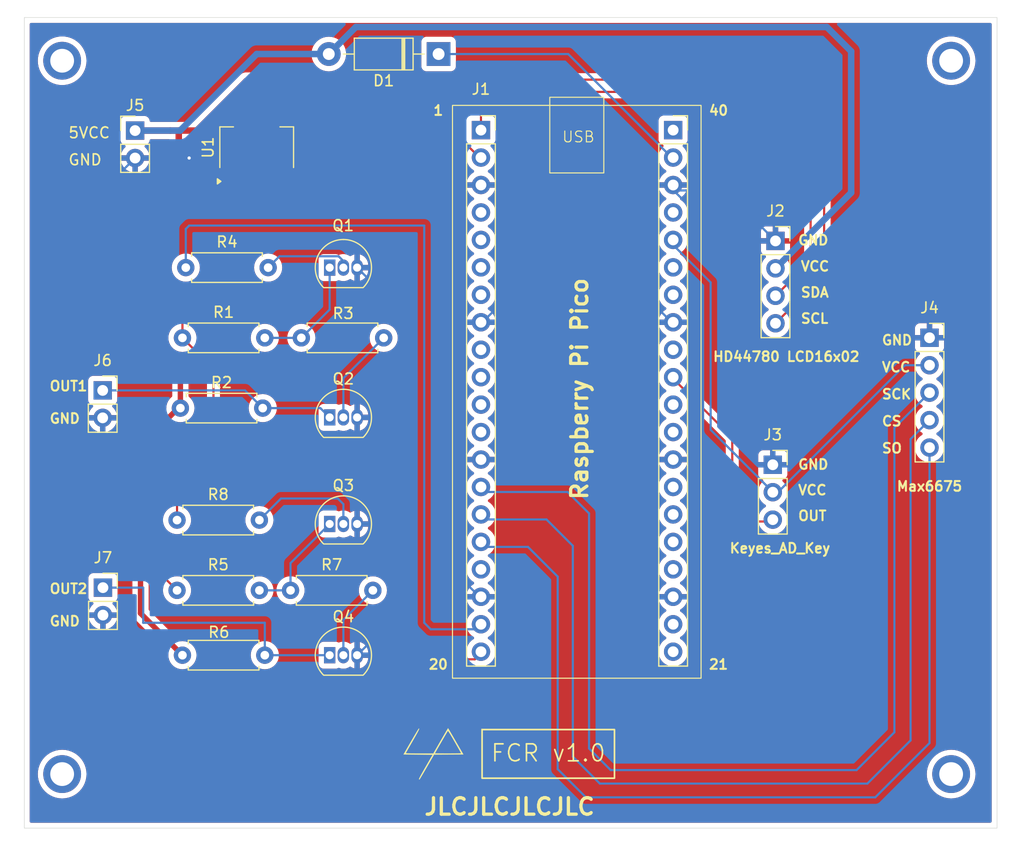
<source format=kicad_pcb>
(kicad_pcb (version 20240108) (generator "pcbnew") (generator_version "8.0")
  (title_block (title "Fenix Controlador de Resolda") (date "2025-01-05") (company "Luiz C. M. de Aquino"))
  (layers (0 "F.Cu" signal "Front") (1 "In1.Cu" signal) (2 "In2.Cu" signal) (31 "B.Cu" signal "Back") (34 "B.Paste" user) (35 "F.Paste" user) (36 "B.SilkS" user "B.Silkscreen") (37 "F.SilkS" user "F.Silkscreen") (38 "B.Mask" user) (39 "F.Mask" user) (44 "Edge.Cuts" user))
  (net 0 "")
  (net 1 "Net-(D1-K)")
  (net 2 "Net-(J3-Pin_3)")
  (net 3 "+5V")
  (net 4 "GND")
  (net 5 "Net-(J3-Pin_2)")
  (net 7 "Net-(Q1-B)")
  (net 8 "Net-(Q3-B)")
  (net 10 "Net-(J1-Pin_14)")
  (net 11 "Net-(J1-Pin_19)")
  (net 14 "Net-(J1-Pin_2)")
  (net 17 "Net-(J1-Pin_16)")
  (net 31 "Net-(Q1-C)")
  (net 32 "Net-(Q2-B)")
  (net 33 "Net-(Q3-C)")
  (net 34 "Net-(Q4-B)")
  (net 36 "Net-(J1-Pin_15)")
  (net 39 "Net-(J1-Pin_20)")
  (net 40 "Net-(J1-Pin_1)")
  (net 41 "Net-(J6-Pin_1)")
  (net 42 "Net-(U1-VO)")
  (net 43 "Net-(J7-Pin_1)")
  (footprint "Connector_PinSocket_2.54mm:PinSocket_1x02_P2.54mm_Vertical" (layer "F.Cu") (at 107.245 113.59)
    (property "Reference" "J7" (at 0 -2.77 0) (layer "F.SilkS"))
    (property "Value" "OUT2")
    (fp_line (start -1.33 1.27) (end -1.33 3.87) (stroke (width 0.12)) (layer "F.SilkS"))
    (fp_line (start -1.33 1.27) (end 1.33 1.27) (stroke (width 0.12)) (layer "F.SilkS"))
    (fp_line (start -1.33 3.87) (end 1.33 3.87) (stroke (width 0.12)) (layer "F.SilkS"))
    (fp_line (start 0 -1.33) (end 1.33 -1.33) (stroke (width 0.12)) (layer "F.SilkS"))
    (fp_line (start 1.33 -1.33) (end 1.33 0) (stroke (width 0.12)) (layer "F.SilkS"))
    (fp_line (start 1.33 1.27) (end 1.33 3.87) (stroke (width 0.12)) (layer "F.SilkS"))
    (pad "1" thru_hole rect (at 0 0) (size 1.7 1.7) (drill 1) (layers "*.Cu" "*.Mask") (net 43 "Net-(J7-Pin_1)"))
    (pad "2" thru_hole oval (at 0 2.54) (size 1.7 1.7) (drill 1) (layers "*.Cu" "*.Mask") (net 4 "GND"))
  )
  (footprint "Connector_PinSocket_2.54mm:PinSocket_1x04_P2.54mm_Vertical" (layer "F.Cu") (at 169.47 81.51)
    (property "Reference" "J2" (at 0 -2.77 0) (layer "F.SilkS"))
    (property "Value" "HD44780 LCD16x02" (at 1 10.71 0) (layer "F.SilkS") (effects (font (size 0.9 0.9) (thickness 0.1875) (bold yes))))
    (fp_line (start -1.33 1.27) (end -1.33 8.95) (stroke (width 0.12)) (layer "F.SilkS"))
    (fp_line (start -1.33 1.27) (end 1.33 1.27) (stroke (width 0.12)) (layer "F.SilkS"))
    (fp_line (start -1.33 8.95) (end 1.33 8.95) (stroke (width 0.12)) (layer "F.SilkS"))
    (fp_line (start 0 -1.33) (end 1.33 -1.33) (stroke (width 0.12)) (layer "F.SilkS"))
    (fp_line (start 1.33 -1.33) (end 1.33 0) (stroke (width 0.12)) (layer "F.SilkS"))
    (fp_line (start 1.33 1.27) (end 1.33 8.95) (stroke (width 0.12)) (layer "F.SilkS"))
    (pad "1" thru_hole rect (at 0 0) (size 1.7 1.7) (drill 1) (layers "*.Cu" "*.Mask") (net 4 "GND"))
    (pad "2" thru_hole oval (at 0 2.54) (size 1.7 1.7) (drill 1) (layers "*.Cu" "*.Mask") (net 3 "+5V"))
    (pad "3" thru_hole oval (at 0 5.08) (size 1.7 1.7) (drill 1) (layers "*.Cu" "*.Mask") (net 40 "Net-(J1-Pin_1)"))
    (pad "4" thru_hole oval (at 0 7.62) (size 1.7 1.7) (drill 1) (layers "*.Cu" "*.Mask") (net 14 "Net-(J1-Pin_2)"))
  )
  (footprint "Connector_PinSocket_2.54mm:PinSocket_1x20_P2.54mm_Vertical" (layer "F.Cu") (at 160 71.2575)
    (property "Reference" "J9" (hide yes))
    (property "Value" "Conn_01x20")
    (fp_line (start -1.33 1.27) (end -1.33 49.59) (stroke (width 0.12)) (layer "F.SilkS"))
    (fp_line (start -1.33 1.27) (end 1.33 1.27) (stroke (width 0.12)) (layer "F.SilkS"))
    (fp_line (start -1.33 49.59) (end 1.33 49.59) (stroke (width 0.12)) (layer "F.SilkS"))
    (fp_line (start 0 -1.33) (end 1.33 -1.33) (stroke (width 0.12)) (layer "F.SilkS"))
    (fp_line (start 1.33 -1.33) (end 1.33 0) (stroke (width 0.12)) (layer "F.SilkS"))
    (fp_line (start 1.33 1.27) (end 1.33 49.59) (stroke (width 0.12)) (layer "F.SilkS"))
    (pad "21" thru_hole oval (at 0 48.26) (size 1.7 1.7) (drill 1) (layers "*.Cu" "*.Mask"))
    (pad "22" thru_hole oval (at 0 45.72) (size 1.7 1.7) (drill 1) (layers "*.Cu" "*.Mask"))
    (pad "23" thru_hole oval (at 0 43.18) (size 1.7 1.7) (drill 1) (layers "*.Cu" "*.Mask") (net 4 "GND"))
    (pad "24" thru_hole oval (at 0 40.64) (size 1.7 1.7) (drill 1) (layers "*.Cu" "*.Mask"))
    (pad "25" thru_hole oval (at 0 38.1) (size 1.7 1.7) (drill 1) (layers "*.Cu" "*.Mask"))
    (pad "26" thru_hole oval (at 0 35.56) (size 1.7 1.7) (drill 1) (layers "*.Cu" "*.Mask"))
    (pad "27" thru_hole oval (at 0 33.02) (size 1.7 1.7) (drill 1) (layers "*.Cu" "*.Mask"))
    (pad "28" thru_hole oval (at 0 30.48) (size 1.7 1.7) (drill 1) (layers "*.Cu" "*.Mask") (net 4 "GND"))
    (pad "29" thru_hole oval (at 0 27.94) (size 1.7 1.7) (drill 1) (layers "*.Cu" "*.Mask"))
    (pad "30" thru_hole oval (at 0 25.4) (size 1.7 1.7) (drill 1) (layers "*.Cu" "*.Mask"))
    (pad "31" thru_hole oval (at 0 22.86) (size 1.7 1.7) (drill 1) (layers "*.Cu" "*.Mask") (net 2 "Net-(J3-Pin_3)"))
    (pad "32" thru_hole oval (at 0 20.32) (size 1.7 1.7) (drill 1) (layers "*.Cu" "*.Mask"))
    (pad "33" thru_hole oval (at 0 17.78) (size 1.7 1.7) (drill 1) (layers "*.Cu" "*.Mask") (net 4 "GND"))
    (pad "34" thru_hole oval (at 0 15.24) (size 1.7 1.7) (drill 1) (layers "*.Cu" "*.Mask"))
    (pad "35" thru_hole oval (at 0 12.7) (size 1.7 1.7) (drill 1) (layers "*.Cu" "*.Mask"))
    (pad "36" thru_hole oval (at 0 10.16) (size 1.7 1.7) (drill 1) (layers "*.Cu" "*.Mask") (net 5 "Net-(J3-Pin_2)"))
    (pad "37" thru_hole oval (at 0 7.62) (size 1.7 1.7) (drill 1) (layers "*.Cu" "*.Mask"))
    (pad "38" thru_hole oval (at 0 5.08) (size 1.7 1.7) (drill 1) (layers "*.Cu" "*.Mask") (net 4 "GND"))
    (pad "39" thru_hole oval (at 0 2.54) (size 1.7 1.7) (drill 1) (layers "*.Cu" "*.Mask") (net 1 "Net-(D1-K)"))
    (pad "40" thru_hole rect (at 0 0) (size 1.7 1.7) (drill 1) (layers "*.Cu" "*.Mask"))
  )
  (footprint "Resistor_THT:R_Axial_DIN0207_L6.3mm_D2.5mm_P7.62mm_Horizontal" (layer "F.Cu") (at 114.1 113.84)
    (property "Reference" "R5" (at 3.81 -2.37 0) (layer "F.SilkS"))
    (property "Value" "11.5Kohm")
    (fp_line (start 0.54 -1.37) (end 7.08 -1.37) (stroke (width 0.12)) (layer "F.SilkS"))
    (fp_line (start 0.54 -1.04) (end 0.54 -1.37) (stroke (width 0.12)) (layer "F.SilkS"))
    (fp_line (start 0.54 1.04) (end 0.54 1.37) (stroke (width 0.12)) (layer "F.SilkS"))
    (fp_line (start 0.54 1.37) (end 7.08 1.37) (stroke (width 0.12)) (layer "F.SilkS"))
    (fp_line (start 7.08 -1.37) (end 7.08 -1.04) (stroke (width 0.12)) (layer "F.SilkS"))
    (fp_line (start 7.08 1.37) (end 7.08 1.04) (stroke (width 0.12)) (layer "F.SilkS"))
    (pad "1" thru_hole circle (at 0 0) (size 1.6 1.6) (drill 0.8) (layers "*.Cu" "*.Mask") (net 42 "Net-(U1-VO)"))
    (pad "2" thru_hole oval (at 7.62 0) (size 1.6 1.6) (drill 0.8) (layers "*.Cu" "*.Mask") (net 33 "Net-(Q3-C)"))
  )
  (footprint "Connector_PinSocket_2.54mm:PinSocket_1x03_P2.54mm_Vertical" (layer "F.Cu") (at 169.22 102.22)
    (property "Reference" "J3" (at 0 -2.77 0) (layer "F.SilkS"))
    (property "Value" "Keyes_AD_Key")
    (fp_line (start -1.33 1.27) (end -1.33 6.41) (stroke (width 0.12)) (layer "F.SilkS"))
    (fp_line (start -1.33 1.27) (end 1.33 1.27) (stroke (width 0.12)) (layer "F.SilkS"))
    (fp_line (start -1.33 6.41) (end 1.33 6.41) (stroke (width 0.12)) (layer "F.SilkS"))
    (fp_line (start 0 -1.33) (end 1.33 -1.33) (stroke (width 0.12)) (layer "F.SilkS"))
    (fp_line (start 1.33 -1.33) (end 1.33 0) (stroke (width 0.12)) (layer "F.SilkS"))
    (fp_line (start 1.33 1.27) (end 1.33 6.41) (stroke (width 0.12)) (layer "F.SilkS"))
    (pad "1" thru_hole rect (at 0 0) (size 1.7 1.7) (drill 1) (layers "*.Cu" "*.Mask") (net 4 "GND"))
    (pad "2" thru_hole oval (at 0 2.54) (size 1.7 1.7) (drill 1) (layers "*.Cu" "*.Mask") (net 5 "Net-(J3-Pin_2)"))
    (pad "3" thru_hole oval (at 0 5.08) (size 1.7 1.7) (drill 1) (layers "*.Cu" "*.Mask") (net 2 "Net-(J3-Pin_3)"))
  )
  (footprint "Resistor_THT:R_Axial_DIN0207_L6.3mm_D2.5mm_P7.62mm_Horizontal" (layer "F.Cu") (at 114.6 90.48)
    (property "Reference" "R1" (at 3.81 -2.37 0) (layer "F.SilkS"))
    (property "Value" "11.5Kohm")
    (fp_line (start 0.54 -1.37) (end 7.08 -1.37) (stroke (width 0.12)) (layer "F.SilkS"))
    (fp_line (start 0.54 -1.04) (end 0.54 -1.37) (stroke (width 0.12)) (layer "F.SilkS"))
    (fp_line (start 0.54 1.04) (end 0.54 1.37) (stroke (width 0.12)) (layer "F.SilkS"))
    (fp_line (start 0.54 1.37) (end 7.08 1.37) (stroke (width 0.12)) (layer "F.SilkS"))
    (fp_line (start 7.08 -1.37) (end 7.08 -1.04) (stroke (width 0.12)) (layer "F.SilkS"))
    (fp_line (start 7.08 1.37) (end 7.08 1.04) (stroke (width 0.12)) (layer "F.SilkS"))
    (pad "1" thru_hole circle (at 0 0) (size 1.6 1.6) (drill 0.8) (layers "*.Cu" "*.Mask") (net 42 "Net-(U1-VO)"))
    (pad "2" thru_hole oval (at 7.62 0) (size 1.6 1.6) (drill 0.8) (layers "*.Cu" "*.Mask") (net 31 "Net-(Q1-C)"))
  )
  (footprint "Package_TO_SOT_THT:TO-92_Inline" (layer "F.Cu") (at 128.22 119.84)
    (property "Reference" "Q4" (at 1.27 -3.56 0) (layer "F.SilkS"))
    (property "Value" "BC548")
    (fp_line (start -0.53 1.85) (end 3.07 1.85) (stroke (width 0.12)) (layer "F.SilkS"))
    (fp_arc (start -0.568478 1.838478) (mid -1.132087 -0.994977) (end 1.27 -2.6) (stroke (width 0.12)) (layer "F.SilkS"))
    (fp_arc (start 1.27 -2.6) (mid 3.672087 -0.994977) (end 3.108478 1.838478) (stroke (width 0.12)) (layer "F.SilkS"))
    (pad "1" thru_hole rect (at 0 0) (size 1.05 1.5) (drill 0.75) (layers "*.Cu" "*.Mask") (net 43 "Net-(J7-Pin_1)"))
    (pad "2" thru_hole oval (at 1.27 0) (size 1.05 1.5) (drill 0.75) (layers "*.Cu" "*.Mask") (net 34 "Net-(Q4-B)"))
    (pad "3" thru_hole oval (at 2.54 0) (size 1.05 1.5) (drill 0.75) (layers "*.Cu" "*.Mask") (net 4 "GND"))
  )
  (footprint "Connector_PinSocket_2.54mm:PinSocket_1x20_P2.54mm_Vertical" (layer "F.Cu") (at 142.22 71.2575)
    (property "Reference" "J1" (at 0 -3.7875 0) (layer "F.SilkS"))
    (property "Value" "Raspberry Pi Pico")
    (fp_line (start -1.33 1.27) (end -1.33 49.59) (stroke (width 0.12)) (layer "F.SilkS"))
    (fp_line (start -1.33 1.27) (end 1.33 1.27) (stroke (width 0.12)) (layer "F.SilkS"))
    (fp_line (start -1.33 49.59) (end 1.33 49.59) (stroke (width 0.12)) (layer "F.SilkS"))
    (fp_line (start 0 -1.33) (end 1.33 -1.33) (stroke (width 0.12)) (layer "F.SilkS"))
    (fp_line (start 1.33 -1.33) (end 1.33 0) (stroke (width 0.12)) (layer "F.SilkS"))
    (fp_line (start 1.33 1.27) (end 1.33 49.59) (stroke (width 0.12)) (layer "F.SilkS"))
    (pad "1" thru_hole rect (at 0 0) (size 1.7 1.7) (drill 1) (layers "*.Cu" "*.Mask") (net 40 "Net-(J1-Pin_1)"))
    (pad "2" thru_hole oval (at 0 2.54) (size 1.7 1.7) (drill 1) (layers "*.Cu" "*.Mask") (net 14 "Net-(J1-Pin_2)"))
    (pad "3" thru_hole oval (at 0 5.08) (size 1.7 1.7) (drill 1) (layers "*.Cu" "*.Mask") (net 4 "GND"))
    (pad "4" thru_hole oval (at 0 7.62) (size 1.7 1.7) (drill 1) (layers "*.Cu" "*.Mask"))
    (pad "5" thru_hole oval (at 0 10.16) (size 1.7 1.7) (drill 1) (layers "*.Cu" "*.Mask"))
    (pad "6" thru_hole oval (at 0 12.7) (size 1.7 1.7) (drill 1) (layers "*.Cu" "*.Mask"))
    (pad "7" thru_hole oval (at 0 15.24) (size 1.7 1.7) (drill 1) (layers "*.Cu" "*.Mask"))
    (pad "8" thru_hole oval (at 0 17.78) (size 1.7 1.7) (drill 1) (layers "*.Cu" "*.Mask") (net 4 "GND"))
    (pad "9" thru_hole oval (at 0 20.32) (size 1.7 1.7) (drill 1) (layers "*.Cu" "*.Mask"))
    (pad "10" thru_hole oval (at 0 22.86) (size 1.7 1.7) (drill 1) (layers "*.Cu" "*.Mask"))
    (pad "11" thru_hole oval (at 0 25.4) (size 1.7 1.7) (drill 1) (layers "*.Cu" "*.Mask"))
    (pad "12" thru_hole oval (at 0 27.94) (size 1.7 1.7) (drill 1) (layers "*.Cu" "*.Mask"))
    (pad "13" thru_hole oval (at 0 30.48) (size 1.7 1.7) (drill 1) (layers "*.Cu" "*.Mask") (net 4 "GND"))
    (pad "14" thru_hole oval (at 0 33.02) (size 1.7 1.7) (drill 1) (layers "*.Cu" "*.Mask") (net 10 "Net-(J1-Pin_14)"))
    (pad "15" thru_hole oval (at 0 35.56) (size 1.7 1.7) (drill 1) (layers "*.Cu" "*.Mask") (net 36 "Net-(J1-Pin_15)"))
    (pad "16" thru_hole oval (at 0 38.1) (size 1.7 1.7) (drill 1) (layers "*.Cu" "*.Mask") (net 17 "Net-(J1-Pin_16)"))
    (pad "17" thru_hole oval (at 0 40.64) (size 1.7 1.7) (drill 1) (layers "*.Cu" "*.Mask"))
    (pad "18" thru_hole oval (at 0 43.18) (size 1.7 1.7) (drill 1) (layers "*.Cu" "*.Mask") (net 4 "GND"))
    (pad "19" thru_hole oval (at 0 45.72) (size 1.7 1.7) (drill 1) (layers "*.Cu" "*.Mask") (net 11 "Net-(J1-Pin_19)"))
    (pad "20" thru_hole oval (at 0 48.26) (size 1.7 1.7) (drill 1) (layers "*.Cu" "*.Mask") (net 39 "Net-(J1-Pin_20)"))
  )
  (footprint "Resistor_THT:R_Axial_DIN0207_L6.3mm_D2.5mm_P7.62mm_Horizontal" (layer "F.Cu") (at 114.41 96.98)
    (property "Reference" "R2" (at 3.81 -2.37 0) (layer "F.SilkS"))
    (property "Value" "100R")
    (fp_line (start 0.54 -1.37) (end 7.08 -1.37) (stroke (width 0.12)) (layer "F.SilkS"))
    (fp_line (start 0.54 -1.04) (end 0.54 -1.37) (stroke (width 0.12)) (layer "F.SilkS"))
    (fp_line (start 0.54 1.04) (end 0.54 1.37) (stroke (width 0.12)) (layer "F.SilkS"))
    (fp_line (start 0.54 1.37) (end 7.08 1.37) (stroke (width 0.12)) (layer "F.SilkS"))
    (fp_line (start 7.08 -1.37) (end 7.08 -1.04) (stroke (width 0.12)) (layer "F.SilkS"))
    (fp_line (start 7.08 1.37) (end 7.08 1.04) (stroke (width 0.12)) (layer "F.SilkS"))
    (pad "1" thru_hole circle (at 0 0) (size 1.6 1.6) (drill 0.8) (layers "*.Cu" "*.Mask") (net 3 "+5V"))
    (pad "2" thru_hole oval (at 7.62 0) (size 1.6 1.6) (drill 0.8) (layers "*.Cu" "*.Mask") (net 41 "Net-(J6-Pin_1)"))
  )
  (footprint "MountingHole:MountingHole_2.2mm_M2_ISO7380_Pad" (layer "F.Cu") (at 185.72 130.84)
    (property "Reference" "REF**" (hide yes))
    (property "Value" "MountingHole_2.2mm_M2_ISO7380_Pad" (hide yes))
    (pad "1" thru_hole circle (at 0 0) (size 3.5 3.5) (drill 2.2) (layers "*.Cu" "*.Mask"))
  )
  (footprint "Resistor_THT:R_Axial_DIN0207_L6.3mm_D2.5mm_P7.62mm_Horizontal" (layer "F.Cu") (at 124.6 113.84)
    (property "Reference" "R7" (at 3.81 -2.37 0) (layer "F.SilkS"))
    (property "Value" "2.2Kohm")
    (fp_line (start 0.54 -1.37) (end 7.08 -1.37) (stroke (width 0.12)) (layer "F.SilkS"))
    (fp_line (start 0.54 -1.04) (end 0.54 -1.37) (stroke (width 0.12)) (layer "F.SilkS"))
    (fp_line (start 0.54 1.04) (end 0.54 1.37) (stroke (width 0.12)) (layer "F.SilkS"))
    (fp_line (start 0.54 1.37) (end 7.08 1.37) (stroke (width 0.12)) (layer "F.SilkS"))
    (fp_line (start 7.08 -1.37) (end 7.08 -1.04) (stroke (width 0.12)) (layer "F.SilkS"))
    (fp_line (start 7.08 1.37) (end 7.08 1.04) (stroke (width 0.12)) (layer "F.SilkS"))
    (pad "1" thru_hole circle (at 0 0) (size 1.6 1.6) (drill 0.8) (layers "*.Cu" "*.Mask") (net 33 "Net-(Q3-C)"))
    (pad "2" thru_hole oval (at 7.62 0) (size 1.6 1.6) (drill 0.8) (layers "*.Cu" "*.Mask") (net 34 "Net-(Q4-B)"))
  )
  (footprint "Package_TO_SOT_THT:TO-92_Inline" (layer "F.Cu") (at 128.22 107.7)
    (property "Reference" "Q3" (at 1.27 -3.56 0) (layer "F.SilkS"))
    (property "Value" "BC548")
    (fp_line (start -0.53 1.85) (end 3.07 1.85) (stroke (width 0.12)) (layer "F.SilkS"))
    (fp_arc (start -0.568478 1.838478) (mid -1.132087 -0.994977) (end 1.27 -2.6) (stroke (width 0.12)) (layer "F.SilkS"))
    (fp_arc (start 1.27 -2.6) (mid 3.672087 -0.994977) (end 3.108478 1.838478) (stroke (width 0.12)) (layer "F.SilkS"))
    (pad "1" thru_hole rect (at 0 0) (size 1.05 1.5) (drill 0.75) (layers "*.Cu" "*.Mask") (net 33 "Net-(Q3-C)"))
    (pad "2" thru_hole oval (at 1.27 0) (size 1.05 1.5) (drill 0.75) (layers "*.Cu" "*.Mask") (net 8 "Net-(Q3-B)"))
    (pad "3" thru_hole oval (at 2.54 0) (size 1.05 1.5) (drill 0.75) (layers "*.Cu" "*.Mask") (net 4 "GND"))
  )
  (footprint "Package_TO_SOT_SMD:SOT-223-3_TabPin2" (layer "F.Cu") (at 121.47 72.87 90)
    (property "Reference" "U1" (at 0 -4.5 90) (layer "F.SilkS"))
    (property "Value" "LM1117MP-3.3")
    (fp_line (start 1.91 -3.41) (end 1.91 -2.15) (stroke (width 0.12)) (layer "F.SilkS"))
    (fp_line (start -1.85 -3.41) (end 1.91 -3.41) (stroke (width 0.12)) (layer "F.SilkS"))
    (fp_line (start 1.91 3.41) (end 1.91 2.15) (stroke (width 0.12)) (layer "F.SilkS"))
    (fp_line (start -1.85 3.41) (end 1.91 3.41) (stroke (width 0.12)) (layer "F.SilkS"))
    (fp_poly (pts (xy -3.13 -3.31) (xy -3.37 -3.64) (xy -2.89 -3.64) (xy -3.13 -3.31)) (stroke (width 0.12)) (fill solid) (layer "F.SilkS"))
    (pad "1" smd roundrect (at -3.15 -2.3 90) (size 2 1.5) (layers "F.Cu" "F.Paste" "F.Mask") (net 4 "GND"))
    (pad "2" smd roundrect (at -3.15 0 90) (size 2 1.5) (layers "F.Cu" "F.Paste" "F.Mask") (net 42 "Net-(U1-VO)"))
    (pad "2" smd roundrect (at 3.15 0 90) (size 2 3.8) (layers "F.Cu" "F.Paste" "F.Mask") (net 42 "Net-(U1-VO)"))
    (pad "3" smd roundrect (at -3.15 2.3 90) (size 2 1.5) (layers "F.Cu" "F.Paste" "F.Mask") (net 3 "+5V"))
  )
  (footprint "Connector_PinSocket_2.54mm:PinSocket_1x02_P2.54mm_Vertical" (layer "F.Cu") (at 107.22 95.34)
    (property "Reference" "J6" (at 0 -2.77 0) (layer "F.SilkS"))
    (property "Value" "OUT1")
    (fp_line (start -1.33 1.27) (end -1.33 3.87) (stroke (width 0.12)) (layer "F.SilkS"))
    (fp_line (start -1.33 1.27) (end 1.33 1.27) (stroke (width 0.12)) (layer "F.SilkS"))
    (fp_line (start -1.33 3.87) (end 1.33 3.87) (stroke (width 0.12)) (layer "F.SilkS"))
    (fp_line (start 0 -1.33) (end 1.33 -1.33) (stroke (width 0.12)) (layer "F.SilkS"))
    (fp_line (start 1.33 -1.33) (end 1.33 0) (stroke (width 0.12)) (layer "F.SilkS"))
    (fp_line (start 1.33 1.27) (end 1.33 3.87) (stroke (width 0.12)) (layer "F.SilkS"))
    (pad "1" thru_hole rect (at 0 0) (size 1.7 1.7) (drill 1) (layers "*.Cu" "*.Mask") (net 41 "Net-(J6-Pin_1)"))
    (pad "2" thru_hole oval (at 0 2.54) (size 1.7 1.7) (drill 1) (layers "*.Cu" "*.Mask") (net 4 "GND"))
  )
  (footprint "Resistor_THT:R_Axial_DIN0207_L6.3mm_D2.5mm_P7.62mm_Horizontal" (layer "F.Cu") (at 114.6 119.84)
    (property "Reference" "R6" (at 3.37 -2.12 0) (layer "F.SilkS"))
    (property "Value" "100R")
    (fp_line (start 0.54 -1.37) (end 7.08 -1.37) (stroke (width 0.12)) (layer "F.SilkS"))
    (fp_line (start 0.54 -1.04) (end 0.54 -1.37) (stroke (width 0.12)) (layer "F.SilkS"))
    (fp_line (start 0.54 1.04) (end 0.54 1.37) (stroke (width 0.12)) (layer "F.SilkS"))
    (fp_line (start 0.54 1.37) (end 7.08 1.37) (stroke (width 0.12)) (layer "F.SilkS"))
    (fp_line (start 7.08 -1.37) (end 7.08 -1.04) (stroke (width 0.12)) (layer "F.SilkS"))
    (fp_line (start 7.08 1.37) (end 7.08 1.04) (stroke (width 0.12)) (layer "F.SilkS"))
    (pad "1" thru_hole circle (at 0 0) (size 1.6 1.6) (drill 0.8) (layers "*.Cu" "*.Mask") (net 3 "+5V"))
    (pad "2" thru_hole oval (at 7.62 0) (size 1.6 1.6) (drill 0.8) (layers "*.Cu" "*.Mask") (net 43 "Net-(J7-Pin_1)"))
  )
  (footprint "Package_TO_SOT_THT:TO-92_Inline" (layer "F.Cu") (at 128.22 83.98)
    (property "Reference" "Q1" (at 1.25 -3.89 0) (layer "F.SilkS"))
    (property "Value" "BC548")
    (fp_line (start -0.53 1.85) (end 3.07 1.85) (stroke (width 0.12)) (layer "F.SilkS"))
    (fp_arc (start -0.568478 1.838478) (mid -1.132087 -0.994977) (end 1.27 -2.6) (stroke (width 0.12)) (layer "F.SilkS"))
    (fp_arc (start 1.27 -2.6) (mid 3.672087 -0.994977) (end 3.108478 1.838478) (stroke (width 0.12)) (layer "F.SilkS"))
    (pad "1" thru_hole rect (at 0 0) (size 1.05 1.5) (drill 0.75) (layers "*.Cu" "*.Mask") (net 31 "Net-(Q1-C)"))
    (pad "2" thru_hole oval (at 1.27 0) (size 1.05 1.5) (drill 0.75) (layers "*.Cu" "*.Mask") (net 7 "Net-(Q1-B)"))
    (pad "3" thru_hole oval (at 2.54 0) (size 1.05 1.5) (drill 0.75) (layers "*.Cu" "*.Mask") (net 4 "GND"))
  )
  (footprint "LOGO" (layer "F.Cu") (at 137.82241 128.954902)
    (property "Reference" "G***" (hide yes))
    (property "Value" "LOGO" (hide yes))
    (fp_poly (pts (xy 1.370155 -2.346543) (xy 1.414886 -2.274407) (xy 1.483519 -2.160369) (xy 1.573052 -2.009513) (xy 1.680481 -1.826922) (xy 1.802802 -1.617679) (xy 1.937013 -1.386869) (xy 2.075013 -1.148405) (xy 2.781419 0.075059) (xy 1.422898 0.082866) (xy 0.064376 0.090673) (xy -0.602977 1.246282) (xy -0.741882 1.485997) (xy -0.871958 1.7089) (xy -0.990082 1.909757) (xy -1.093135 2.083332) (xy -1.177993 2.224389) (xy -1.241536 2.327693) (xy -1.280642 2.38801) (xy -1.292009 2.401891) (xy -1.32781 2.381665) (xy -1.344451 2.364361) (xy -1.343324 2.338482) (xy -1.321284 2.280426) (xy -1.276794 2.187299) (xy -1.208315 2.056208) (xy -1.114309 1.884259) (xy -0.993238 1.668558) (xy -0.843563 1.406211) (xy -0.73405 1.215957) (xy -0.092887 0.105082) (xy -1.436953 0.09007) (xy -2.781019 0.075059) (xy -2.08856 -1.123843) (xy -1.94647 -1.368737) (xy -1.812594 -1.597334) (xy -1.690074 -1.804419) (xy -1.582054 -1.984778) (xy -1.491675 -2.133198) (xy -1.422082 -2.244464) (xy -1.376417 -2.313364) (xy -1.358586 -2.334791) (xy -1.328937 -2.338221) (xy -1.315036 -2.322305) (xy -1.318661 -2.283308) (xy -1.341593 -2.217495) (xy -1.385612 -2.121132) (xy -1.452498 -1.990484) (xy -1.544031 -1.821817) (xy -1.66199 -1.611397) (xy -1.808156 -1.355489) (xy -1.907537 -1.183053) (xy -2.041634 -0.950633) (xy -2.166501 -0.733613) (xy -2.278898 -0.537669) (xy -2.375585 -0.368475) (xy -2.453323 -0.231707) (xy -2.508871 -0.13304) (xy -2.538991 -0.078149) (xy -2.543358 -0.069312) (xy -2.537493 -0.059494) (xy -2.508573 -0.051378) (xy -2.451947 -0.044819) (xy -2.362964 -0.039672) (xy -2.236974 -0.035792) (xy -2.069326 -0.033032) (xy -1.85537 -0.031247) (xy -1.590455 -0.030294) (xy -1.28607 -0.030024) (xy -0.013705 -0.030024) (xy -0.005289 -0.044624) (xy 0.150118 -0.044624) (xy 0.179082 -0.041439) (xy 0.261738 -0.038495) (xy 0.39173 -0.035867) (xy 0.562702 -0.033633) (xy 0.7683 -0.03187) (xy 1.002167 -0.030656) (xy 1.257948 -0.030068) (xy 1.351063 -0.030024) (xy 1.612988 -0.03046) (xy 1.855213 -0.031703) (xy 2.071383 -0.033658) (xy 2.255143 -0.036229) (xy 2.400138 -0.039321) (xy 2.500011 -0.042838) (xy 2.548408 -0.046684) (xy 2.552009 -0.048085) (xy 2.537524 -0.077221) (xy 2.496203 -0.152694) (xy 2.431245 -0.268846) (xy 2.34585 -0.420017) (xy 2.243218 -0.600551) (xy 2.126548 -0.804789) (xy 1.999042 -1.027071) (xy 1.959042 -1.096626) (xy 1.800048 -1.37167) (xy 1.667975 -1.597214) (xy 1.560846 -1.776397) (xy 1.476688 -1.912356) (xy 1.413525 -2.00823) (xy 1.369383 -2.067158) (xy 1.342287 -2.092277) (xy 1.332786 -2.091863) (xy 1.311606 -2.059694) (xy 1.265025 -1.982914) (xy 1.197003 -1.868381) (xy 1.111501 -1.722951) (xy 1.012481 -1.553481) (xy 0.903903 -1.366828) (xy 0.789728 -1.169848) (xy 0.673918 -0.969397) (xy 0.560434 -0.772334) (xy 0.453236 -0.585514) (xy 0.356285 -0.415794) (xy 0.273544 -0.270031) (xy 0.208972 -0.155082) (xy 0.166532 -0.077803) (xy 0.150183 -0.045051) (xy 0.150118 -0.044624) (xy -0.005289 -0.044624) (xy 0.661173 -1.200773) (xy 0.800638 -1.442106) (xy 0.931084 -1.666669) (xy 1.049439 -1.86926) (xy 1.152633 -2.044675) (xy 1.237596 -2.187713) (xy 1.301256 -2.293172) (xy 1.340544 -2.355849) (xy 1.352329 -2.371695)) (fill solid) (layer "F.SilkS"))
  )
  (footprint "Resistor_THT:R_Axial_DIN0207_L6.3mm_D2.5mm_P7.62mm_Horizontal" (layer "F.Cu") (at 125.6 90.48)
    (property "Reference" "R3" (hide yes))
    (property "Value" "2.2Kohm")
    (fp_line (start 0.54 -1.37) (end 7.08 -1.37) (stroke (width 0.12)) (layer "F.SilkS"))
    (fp_line (start 0.54 -1.04) (end 0.54 -1.37) (stroke (width 0.12)) (layer "F.SilkS"))
    (fp_line (start 0.54 1.04) (end 0.54 1.37) (stroke (width 0.12)) (layer "F.SilkS"))
    (fp_line (start 0.54 1.37) (end 7.08 1.37) (stroke (width 0.12)) (layer "F.SilkS"))
    (fp_line (start 7.08 -1.37) (end 7.08 -1.04) (stroke (width 0.12)) (layer "F.SilkS"))
    (fp_line (start 7.08 1.37) (end 7.08 1.04) (stroke (width 0.12)) (layer "F.SilkS"))
    (fp_text user "${REFERENCE}" (at 3.87 -2.26 0) (layer "F.SilkS"))
    (pad "1" thru_hole circle (at 0 0) (size 1.6 1.6) (drill 0.8) (layers "*.Cu" "*.Mask") (net 31 "Net-(Q1-C)"))
    (pad "2" thru_hole oval (at 7.62 0) (size 1.6 1.6) (drill 0.8) (layers "*.Cu" "*.Mask") (net 32 "Net-(Q2-B)"))
  )
  (footprint "MountingHole:MountingHole_2.2mm_M2_ISO7380_Pad" (layer "F.Cu") (at 103.47 130.84)
    (property "Reference" "REF**" (hide yes))
    (property "Value" "MountingHole_2.2mm_M2_ISO7380_Pad" (hide yes))
    (pad "1" thru_hole circle (at 0 0) (size 3.5 3.5) (drill 2.2) (layers "*.Cu" "*.Mask"))
  )
  (footprint "Package_TO_SOT_THT:TO-92_Inline" (layer "F.Cu") (at 128.22 97.84)
    (property "Reference" "Q2" (at 1.27 -3.56 0) (layer "F.SilkS"))
    (property "Value" "BC548")
    (fp_line (start -0.53 1.85) (end 3.07 1.85) (stroke (width 0.12)) (layer "F.SilkS"))
    (fp_arc (start -0.568478 1.838478) (mid -1.132087 -0.994977) (end 1.27 -2.6) (stroke (width 0.12)) (layer "F.SilkS"))
    (fp_arc (start 1.27 -2.6) (mid 3.672087 -0.994977) (end 3.108478 1.838478) (stroke (width 0.12)) (layer "F.SilkS"))
    (pad "1" thru_hole rect (at 0 0) (size 1.05 1.5) (drill 0.75) (layers "*.Cu" "*.Mask") (net 41 "Net-(J6-Pin_1)"))
    (pad "2" thru_hole oval (at 1.27 0) (size 1.05 1.5) (drill 0.75) (layers "*.Cu" "*.Mask") (net 32 "Net-(Q2-B)"))
    (pad "3" thru_hole oval (at 2.54 0) (size 1.05 1.5) (drill 0.75) (layers "*.Cu" "*.Mask") (net 4 "GND"))
  )
  (footprint "MountingHole:MountingHole_2.2mm_M2_ISO7380_Pad" (layer "F.Cu") (at 103.47 64.84)
    (property "Reference" "REF**" (hide yes))
    (property "Value" "MountingHole_2.2mm_M2_ISO7380_Pad" (hide yes))
    (pad "1" thru_hole circle (at 0 0) (size 3.5 3.5) (drill 2.2) (layers "*.Cu" "*.Mask"))
  )
  (footprint "Resistor_THT:R_Axial_DIN0207_L6.3mm_D2.5mm_P7.62mm_Horizontal" (layer "F.Cu") (at 114.91 83.98)
    (property "Reference" "R4" (at 3.81 -2.37 0) (layer "F.SilkS"))
    (property "Value" "2.2Kohm")
    (fp_line (start 0.54 -1.37) (end 7.08 -1.37) (stroke (width 0.12)) (layer "F.SilkS"))
    (fp_line (start 0.54 -1.04) (end 0.54 -1.37) (stroke (width 0.12)) (layer "F.SilkS"))
    (fp_line (start 0.54 1.04) (end 0.54 1.37) (stroke (width 0.12)) (layer "F.SilkS"))
    (fp_line (start 0.54 1.37) (end 7.08 1.37) (stroke (width 0.12)) (layer "F.SilkS"))
    (fp_line (start 7.08 -1.37) (end 7.08 -1.04) (stroke (width 0.12)) (layer "F.SilkS"))
    (fp_line (start 7.08 1.37) (end 7.08 1.04) (stroke (width 0.12)) (layer "F.SilkS"))
    (pad "1" thru_hole circle (at 0 0) (size 1.6 1.6) (drill 0.8) (layers "*.Cu" "*.Mask") (net 11 "Net-(J1-Pin_19)"))
    (pad "2" thru_hole oval (at 7.62 0) (size 1.6 1.6) (drill 0.8) (layers "*.Cu" "*.Mask") (net 7 "Net-(Q1-B)"))
  )
  (footprint "MountingHole:MountingHole_2.2mm_M2_ISO7380_Pad" (layer "F.Cu") (at 185.72 64.84)
    (property "Reference" "REF**" (hide yes))
    (property "Value" "MountingHole_2.2mm_M2_ISO7380_Pad" (hide yes))
    (pad "1" thru_hole circle (at 0 0) (size 3.5 3.5) (drill 2.2) (layers "*.Cu" "*.Mask"))
  )
  (footprint "Connector_PinHeader_2.54mm:PinHeader_1x02_P2.54mm_Vertical" (layer "F.Cu") (at 110.22 71.3)
    (property "Reference" "J5" (at 0 -2.33 0) (layer "F.SilkS"))
    (property "Value" "Conn_01x02_Pin")
    (fp_line (start -1.33 -1.33) (end 0 -1.33) (stroke (width 0.12)) (layer "F.SilkS"))
    (fp_line (start -1.33 0) (end -1.33 -1.33) (stroke (width 0.12)) (layer "F.SilkS"))
    (fp_line (start -1.33 1.27) (end -1.33 3.87) (stroke (width 0.12)) (layer "F.SilkS"))
    (fp_line (start -1.33 1.27) (end 1.33 1.27) (stroke (width 0.12)) (layer "F.SilkS"))
    (fp_line (start -1.33 3.87) (end 1.33 3.87) (stroke (width 0.12)) (layer "F.SilkS"))
    (fp_line (start 1.33 1.27) (end 1.33 3.87) (stroke (width 0.12)) (layer "F.SilkS"))
    (pad "1" thru_hole rect (at 0 0) (size 1.7 1.7) (drill 1) (layers "*.Cu" "*.Mask") (net 3 "+5V"))
    (pad "2" thru_hole oval (at 0 2.54) (size 1.7 1.7) (drill 1) (layers "*.Cu" "*.Mask") (net 4 "GND"))
  )
  (footprint "Resistor_THT:R_Axial_DIN0207_L6.3mm_D2.5mm_P7.62mm_Horizontal" (layer "F.Cu") (at 114.1 107.34)
    (property "Reference" "R8" (at 3.81 -2.37 0) (layer "F.SilkS"))
    (property "Value" "2.2Kohm")
    (fp_line (start 0.54 -1.37) (end 7.08 -1.37) (stroke (width 0.12)) (layer "F.SilkS"))
    (fp_line (start 0.54 -1.04) (end 0.54 -1.37) (stroke (width 0.12)) (layer "F.SilkS"))
    (fp_line (start 0.54 1.04) (end 0.54 1.37) (stroke (width 0.12)) (layer "F.SilkS"))
    (fp_line (start 0.54 1.37) (end 7.08 1.37) (stroke (width 0.12)) (layer "F.SilkS"))
    (fp_line (start 7.08 -1.37) (end 7.08 -1.04) (stroke (width 0.12)) (layer "F.SilkS"))
    (fp_line (start 7.08 1.37) (end 7.08 1.04) (stroke (width 0.12)) (layer "F.SilkS"))
    (pad "1" thru_hole circle (at 0 0) (size 1.6 1.6) (drill 0.8) (layers "*.Cu" "*.Mask") (net 39 "Net-(J1-Pin_20)"))
    (pad "2" thru_hole oval (at 7.62 0) (size 1.6 1.6) (drill 0.8) (layers "*.Cu" "*.Mask") (net 8 "Net-(Q3-B)"))
  )
  (footprint "Diode_THT:D_DO-41_SOD81_P10.16mm_Horizontal" (layer "F.Cu") (at 138.3 64.22 180)
    (property "Reference" "D1" (at 5.08 -2.47 0) (layer "F.SilkS"))
    (property "Value" "1N5817")
    (fp_line (start 8.82 0) (end 7.8 0) (stroke (width 0.12)) (layer "F.SilkS"))
    (fp_line (start 7.8 1.47) (end 7.8 -1.47) (stroke (width 0.12)) (layer "F.SilkS"))
    (fp_line (start 7.8 -1.47) (end 2.36 -1.47) (stroke (width 0.12)) (layer "F.SilkS"))
    (fp_line (start 3.38 -1.47) (end 3.38 1.47) (stroke (width 0.12)) (layer "F.SilkS"))
    (fp_line (start 3.26 -1.47) (end 3.26 1.47) (stroke (width 0.12)) (layer "F.SilkS"))
    (fp_line (start 3.14 -1.47) (end 3.14 1.47) (stroke (width 0.12)) (layer "F.SilkS"))
    (fp_line (start 2.36 1.47) (end 7.8 1.47) (stroke (width 0.12)) (layer "F.SilkS"))
    (fp_line (start 2.36 -1.47) (end 2.36 1.47) (stroke (width 0.12)) (layer "F.SilkS"))
    (fp_line (start 1.34 0) (end 2.36 0) (stroke (width 0.12)) (layer "F.SilkS"))
    (pad "1" thru_hole rect (at 0 0 180) (size 2.2 2.2) (drill 1.1) (layers "*.Cu" "*.Mask") (net 1 "Net-(D1-K)"))
    (pad "2" thru_hole oval (at 10.16 0 180) (size 2.2 2.2) (drill 1.1) (layers "*.Cu" "*.Mask") (net 3 "+5V"))
  )
  (footprint "Connector_PinSocket_2.54mm:PinSocket_1x05_P2.54mm_Vertical" (layer "F.Cu") (at 183.72 90.47)
    (property "Reference" "J4" (at 0 -2.77 0) (layer "F.SilkS"))
    (property "Value" "Max6675" (at 0 13.75 0) (layer "F.SilkS") (effects (font (size 0.9 0.9) (thickness 0.1875) (bold yes))))
    (fp_line (start -1.33 1.27) (end -1.33 11.49) (stroke (width 0.12)) (layer "F.SilkS"))
    (fp_line (start -1.33 1.27) (end 1.33 1.27) (stroke (width 0.12)) (layer "F.SilkS"))
    (fp_line (start -1.33 11.49) (end 1.33 11.49) (stroke (width 0.12)) (layer "F.SilkS"))
    (fp_line (start 0 -1.33) (end 1.33 -1.33) (stroke (width 0.12)) (layer "F.SilkS"))
    (fp_line (start 1.33 -1.33) (end 1.33 0) (stroke (width 0.12)) (layer "F.SilkS"))
    (fp_line (start 1.33 1.27) (end 1.33 11.49) (stroke (width 0.12)) (layer "F.SilkS"))
    (pad "1" thru_hole rect (at 0 0) (size 1.7 1.7) (drill 1) (layers "*.Cu" "*.Mask") (net 4 "GND"))
    (pad "2" thru_hole oval (at 0 2.54) (size 1.7 1.7) (drill 1) (layers "*.Cu" "*.Mask") (net 5 "Net-(J3-Pin_2)"))
    (pad "3" thru_hole oval (at 0 5.08) (size 1.7 1.7) (drill 1) (layers "*.Cu" "*.Mask") (net 10 "Net-(J1-Pin_14)"))
    (pad "4" thru_hole oval (at 0 7.62) (size 1.7 1.7) (drill 1) (layers "*.Cu" "*.Mask") (net 36 "Net-(J1-Pin_15)"))
    (pad "5" thru_hole oval (at 0 10.16) (size 1.7 1.7) (drill 1) (layers "*.Cu" "*.Mask") (net 17 "Net-(J1-Pin_16)"))
  )
  (gr_rect (start 139.585 68.97) (end 162.585 121.97) (stroke (width 0.1)) (fill none) (layer "F.SilkS"))
  (gr_rect (start 148.585 68.22) (end 153.585 75.22) (stroke (width 0.1)) (fill none) (layer "F.SilkS"))
  (gr_rect (start 142.32241 126.72) (end 154.57241 131.22) (stroke (width 0.1524)) (fill none) (layer "F.SilkS"))
  (gr_rect (start 99.97 60.84) (end 189.97 135.84) (stroke (width 0.05)) (fill none) (layer "Edge.Cuts"))
  (gr_text "GND" (at 171.47 102.72 0) (layer "F.SilkS") (effects (font (size 0.9 0.9) (thickness 0.1875) (bold yes)) (justify left bottom)))
  (gr_text "40" (at 163.22 69.97 0) (layer "F.SilkS") (effects (font (size 0.9 0.9) (thickness 0.1875) (bold yes)) (justify left bottom)))
  (gr_text "CS" (at 179.22 98.72 0) (layer "F.SilkS") (effects (font (size 0.9 0.9) (thickness 0.1875) (bold yes)) (justify left bottom)))
  (gr_text "SCK" (at 179.22 96.22 0) (layer "F.SilkS") (effects (font (size 0.9 0.9) (thickness 0.1875) (bold yes)) (justify left bottom)))
  (gr_text "VCC" (at 171.72 84.386666 0) (layer "F.SilkS") (effects (font (size 0.9 0.9) (thickness 0.1875) (bold yes)) (justify left bottom)))
  (gr_text "SCL" (at 171.72 89.22 0) (layer "F.SilkS") (effects (font (size 0.9 0.9) (thickness 0.1875) (bold yes)) (justify left bottom)))
  (gr_text "USB" (at 149.67 72.47 0) (layer "F.SilkS") (effects (font (size 1 1) (thickness 0.1)) (justify left bottom)))
  (gr_text "Raspberry Pi Pico" (at 152.216 105.609286 90) (layer "F.SilkS") (effects (font (size 1.5 1.5) (thickness 0.3) (bold yes)) (justify left bottom)))
  (gr_text "GND" (at 102.22 98.47 0) (layer "F.SilkS") (effects (font (size 0.9 0.9) (thickness 0.1875) (bold yes)) (justify left bottom)))
  (gr_text "GND" (at 103.97 74.59 0) (layer "F.SilkS") (effects (font (size 1 1)) (justify left bottom)))
  (gr_text "FCR v1.0" (at 148.44741 129.811288 0) (layer "F.SilkS") (effects (font (size 1.57 1.57) (thickness 0.1524) (bold yes)) (justify bottom)))
  (gr_text "GND" (at 171.47 81.97 0) (layer "F.SilkS") (effects (font (size 0.9 0.9) (thickness 0.1875) (bold yes)) (justify left bottom)))
  (gr_text "SO" (at 179.22 101.22 0) (layer "F.SilkS") (effects (font (size 0.9 0.9) (thickness 0.1875) (bold yes)) (justify left bottom)))
  (gr_text "OUT" (at 171.47 107.47 0) (layer "F.SilkS") (effects (font (size 0.9 0.9) (thickness 0.1875) (bold yes)) (justify left bottom)))
  (gr_text "VCC" (at 171.47 105.095 0) (layer "F.SilkS") (effects (font (size 0.9 0.9) (thickness 0.1875) (bold yes)) (justify left bottom)))
  (gr_text "20" (at 137.291428 121.22 0) (layer "F.SilkS") (effects (font (size 0.9 0.9) (thickness 0.1875) (bold yes)) (justify left bottom)))
  (gr_text "GND" (at 102.22 117.22 0) (layer "F.SilkS") (effects (font (size 0.9 0.9) (thickness 0.1875) (bold yes)) (justify left bottom)))
  (gr_text "5VCC" (at 103.97 72.09 0) (layer "F.SilkS") (effects (font (size 1 1)) (justify left bottom)))
  (gr_text "OUT2" (at 102.22 114.22 0) (layer "F.SilkS") (effects (font (size 0.9 0.9) (thickness 0.1875) (bold yes)) (justify left bottom)))
  (gr_text "21" (at 163.22 121.22 0) (layer "F.SilkS") (effects (font (size 0.9 0.9) (thickness 0.1875) (bold yes)) (justify left bottom)))
  (gr_text "GND" (at 179.22 91.22 0) (layer "F.SilkS") (effects (font (size 0.9 0.9) (thickness 0.1875) (bold yes)) (justify left bottom)))
  (gr_text "JLCJLCJLCJLC" (at 136.827486 134.75 0) (layer "F.SilkS") (effects (font (size 1.524 1.524) (thickness 0.3048) (bold yes)) (justify left bottom)))
  (gr_text "OUT1" (at 102.22 95.47 0) (layer "F.SilkS") (effects (font (size 0.9 0.9) (thickness 0.1875) (bold yes)) (justify left bottom)))
  (gr_text "Keyes_AD_Key" (at 165.131607 110.47 0) (layer "F.SilkS") (effects (font (size 0.9 0.9) (thickness 0.1875) (bold yes)) (justify left bottom)))
  (gr_text "SDA" (at 171.72 86.803332 0) (layer "F.SilkS") (effects (font (size 0.9 0.9) (thickness 0.1875) (bold yes)) (justify left bottom)))
  (gr_text "1" (at 137.72 69.97 0) (layer "F.SilkS") (effects (font (size 0.9 0.9) (thickness 0.1875) (bold yes)) (justify left bottom)))
  (gr_text "VCC" (at 179.22 93.72 0) (layer "F.SilkS") (effects (font (size 0.9 0.9) (thickness 0.1875) (bold yes)) (justify left bottom)))
  (segment (start 160 73.93) (end 160 74.26) (width 0.2) (layer "B.Cu") (net 1))
  (segment (start 138.3 64.22) (end 150.29 64.22) (width 0.2) (layer "B.Cu") (net 1))
  (segment (start 150.29 64.22) (end 160 73.93) (width 0.2) (layer "B.Cu") (net 1))
  (segment (start 165.47 107.47) (end 169.415 107.47) (width 0.2) (layer "F.Cu") (net 2))
  (segment (start 165.47 99.72) (end 165.47 107.47) (width 0.2) (layer "F.Cu") (net 2))
  (segment (start 160 94.25) (end 165.47 99.72) (width 0.2) (layer "F.Cu") (net 2))
  (segment (start 114.26 77.18) (end 114.26 71.3) (width 0.6) (layer "F.Cu") (net 3))
  (segment (start 114.26 71.3) (end 113.47 71.3) (width 0.2) (layer "F.Cu") (net 3))
  (segment (start 109.72 77.22) (end 114.22 77.22) (width 0.5) (layer "F.Cu") (net 3))
  (segment (start 110.72 115.96) (end 114.6 119.84) (width 0.5) (layer "F.Cu") (net 3))
  (segment (start 115.93 71.3) (end 113.47 71.3) (width 0.6) (layer "F.Cu") (net 3))
  (segment (start 123.52 76.49) (end 125.22 74.79) (width 0.6) (layer "F.Cu") (net 3))
  (segment (start 108.97 88.72) (end 108.97 77.97) (width 0.5) (layer "F.Cu") (net 3))
  (segment (start 125.22 74.79) (end 125.22 69.17) (width 0.6) (layer "F.Cu") (net 3))
  (segment (start 114.41 94.16) (end 108.97 88.72) (width 0.5) (layer "F.Cu") (net 3))
  (segment (start 110.72 100.47) (end 110.72 115.96) (width 0.5) (layer "F.Cu") (net 3))
  (segment (start 114.41 96.98) (end 114.21 96.98) (width 0.2) (layer "F.Cu") (net 3))
  (segment (start 120.51 66.72) (end 115.93 71.3) (width 0.6) (layer "F.Cu") (net 3))
  (segment (start 125.22 69.17) (end 122.77 66.72) (width 0.6) (layer "F.Cu") (net 3))
  (segment (start 113.47 71.3) (end 110.22 71.3) (width 0.6) (layer "F.Cu") (net 3))
  (segment (start 114.22 77.22) (end 114.26 77.18) (width 0.2) (layer "F.Cu") (net 3))
  (segment (start 114.21 96.98) (end 110.72 100.47) (width 0.5) (layer "F.Cu") (net 3))
  (segment (start 114.41 96.98) (end 114.41 94.16) (width 0.5) (layer "F.Cu") (net 3))
  (segment (start 108.97 77.97) (end 109.72 77.22) (width 0.5) (layer "F.Cu") (net 3))
  (segment (start 122.77 66.72) (end 120.51 66.72) (width 0.6) (layer "F.Cu") (net 3))
  (segment (start 114.39 71.3) (end 121.47 64.22) (width 0.6) (layer "B.Cu") (net 3))
  (segment (start 174.22 61.72) (end 130.64 61.72) (width 0.6) (layer "B.Cu") (net 3))
  (segment (start 176.47 77.05) (end 176.47 63.97) (width 0.6) (layer "B.Cu") (net 3))
  (segment (start 110.22 71.3) (end 114.39 71.3) (width 0.6) (layer "B.Cu") (net 3))
  (segment (start 121.47 64.22) (end 128.14 64.22) (width 0.6) (layer "B.Cu") (net 3))
  (segment (start 176.47 63.97) (end 174.22 61.72) (width 0.6) (layer "B.Cu") (net 3))
  (segment (start 169.47 84.05) (end 176.47 77.05) (width 0.6) (layer "B.Cu") (net 3))
  (segment (start 130.64 61.72) (end 128.14 64.22) (width 0.6) (layer "B.Cu") (net 3))
  (segment (start 118.92 76.49) (end 117.87 76.49) (width 0.2) (layer "F.Cu") (net 4))
  (segment (start 117.87 76.49) (end 115.22 73.84) (width 0.2) (layer "F.Cu") (net 4))
  (segment (start 118.82 76.59) (end 118.92 76.49) (width 0.2) (layer "F.Cu") (net 4))
  (via (at 115.22 73.84) (size 0.6) (drill 0.3) (layers "F.Cu" "B.Cu") (net 4))
  (segment (start 164.97 89.34) (end 164.97 81.77) (width 0.2) (layer "B.Cu") (net 4))
  (segment (start 160.37 76.84) (end 164.8 76.84) (width 0.2) (layer "B.Cu") (net 4))
  (segment (start 135.47 108.09) (end 135.47 97.84) (width 0.2) (layer "B.Cu") (net 4))
  (segment (start 130.76 126.05) (end 130.76 119.84) (width 0.2) (layer "B.Cu") (net 4))
  (segment (start 115.22 73.84) (end 117.85 76.47) (width 0.2) (layer "B.Cu") (net 4))
  (segment (start 107.245 116.13) (end 107.245 122.365) (width 0.2) (layer "B.Cu") (net 4))
  (segment (start 142.22 89.17) (end 145.72 85.67) (width 0.2) (layer "B.Cu") (net 4))
  (segment (start 103.22 98.34) (end 103.68 97.88) (width 0.2) (layer "B.Cu") (net 4))
  (segment (start 183.72 90.47) (end 172.47 90.47) (width 0.2) (layer "B.Cu") (net 4))
  (segment (start 155.47 113.47) (end 155.47 82.22) (width 0.2) (layer "B.Cu") (net 4))
  (segment (start 135.47 115.13) (end 135.47 108.09) (width 0.2) (layer "B.Cu") (net 4))
  (segment (start 135.22 108.09) (end 134.83 107.7) (width 0.2) (layer "B.Cu") (net 4))
  (segment (start 134.83 107.7) (end 130.76 107.7) (width 0.2) (layer "B.Cu") (net 4))
  (segment (start 160 114.57) (end 156.57 114.57) (width 0.2) (layer "B.Cu") (net 4))
  (segment (start 145.72 76.47) (end 155.47 76.47) (width 0.2) (layer "B.Cu") (net 4))
  (segment (start 172.47 90.47) (end 169.22 93.72) (width 0.2) (layer "B.Cu") (net 4))
  (segment (start 103.22 116.09) (end 103.22 98.84) (width 0.2) (layer "B.Cu") (net 4))
  (segment (start 110.97 126.09) (end 130.72 126.09) (width 0.2) (layer "B.Cu") (net 4))
  (segment (start 139.47 111.82) (end 139.47 76.47) (width 0.2) (layer "B.Cu") (net 4))
  (segment (start 169.22 102.195) (end 169.22 93.59) (width 0.2) (layer "B.Cu") (net 4))
  (segment (start 107.245 116.13) (end 103.26 116.13) (width 0.2) (layer "B.Cu") (net 4))
  (segment (start 135.47 108.09) (end 135.22 108.09) (width 0.2) (layer "B.Cu") (net 4))
  (segment (start 156.57 114.57) (end 155.47 113.47) (width 0.2) (layer "B.Cu") (net 4))
  (segment (start 130.76 83.755) (end 130.76 83.98) (width 0.2) (layer "B.Cu") (net 4))
  (segment (start 164.8 76.84) (end 169.47 81.51) (width 0.2) (layer "B.Cu") (net 4))
  (segment (start 130.76 119.84) (end 135.47 115.13) (width 0.2) (layer "B.Cu") (net 4))
  (segment (start 155.47 76.47) (end 160 76.47) (width 0.2) (layer "B.Cu") (net 4))
  (segment (start 169.22 93.59) (end 164.97 89.34) (width 0.2) (layer "B.Cu") (net 4))
  (segment (start 115.22 73.84) (end 110.22 73.84) (width 0.2) (layer "B.Cu") (net 4))
  (segment (start 160 76.8) (end 160 76.47) (width 0.2) (layer "B.Cu") (net 4))
  (segment (start 107.245 122.365) (end 110.97 126.09) (width 0.2) (layer "B.Cu") (net 4))
  (segment (start 103.26 116.13) (end 103.22 116.09) (width 0.2) (layer "B.Cu") (net 4))
  (segment (start 155.47 84.64) (end 155.47 82.22) (width 0.127) (layer "B.Cu") (net 4))
  (segment (start 142.22 114.57) (end 139.47 111.82) (width 0.2) (layer "B.Cu") (net 4))
  (segment (start 103.22 98.84) (end 103.22 98.34) (width 0.2) (layer "B.Cu") (net 4))
  (segment (start 103.68 97.88) (end 107.22 97.88) (width 0.2) (layer "B.Cu") (net 4))
  (segment (start 155.47 82.22) (end 155.47 76.47) (width 0.2) (layer "B.Cu") (net 4))
  (segment (start 160 89.17) (end 155.47 84.64) (width 0.2) (layer "B.Cu") (net 4))
  (segment (start 103.22 80.84) (end 103.22 98.84) (width 0.2) (layer "B.Cu") (net 4))
  (segment (start 135.47 88.69) (end 130.76 83.98) (width 0.2) (layer "B.Cu") (net 4))
  (segment (start 163.095 76.84) (end 161.15 76.84) (width 0.2) (layer "B.Cu") (net 4))
  (segment (start 164.97 81.77) (end 160 76.8) (width 0.2) (layer "B.Cu") (net 4))
  (segment (start 135.47 97.84) (end 130.76 97.84) (width 0.2) (layer "B.Cu") (net 4))
  (segment (start 117.85 76.47) (end 139.47 76.47) (width 0.2) (layer "B.Cu") (net 4))
  (segment (start 145.72 85.67) (end 145.72 76.47) (width 0.2) (layer "B.Cu") (net 4))
  (segment (start 110.22 73.84) (end 103.22 80.84) (width 0.2) (layer "B.Cu") (net 4))
  (segment (start 169.22 93.72) (end 169.22 93.59) (width 0.2) (layer "B.Cu") (net 4))
  (segment (start 139.47 76.47) (end 145.72 76.47) (width 0.2) (layer "B.Cu") (net 4))
  (segment (start 135.47 97.84) (end 135.47 88.69) (width 0.2) (layer "B.Cu") (net 4))
  (segment (start 160 76.47) (end 160.37 76.84) (width 0.2) (layer "B.Cu") (net 4))
  (segment (start 169.47 102.445) (end 169.22 102.195) (width 0.2) (layer "B.Cu") (net 4))
  (segment (start 160 81.55) (end 160 81.88) (width 0.2) (layer "B.Cu") (net 5))
  (segment (start 163.47 98.985) (end 169.47 104.985) (width 0.2) (layer "B.Cu") (net 5))
  (segment (start 163.47 85.35) (end 163.47 98.985) (width 0.2) (layer "B.Cu") (net 5))
  (segment (start 181.445 93.01) (end 183.72 93.01) (width 0.2) (layer "B.Cu") (net 5))
  (segment (start 160 81.88) (end 163.47 85.35) (width 0.2) (layer "B.Cu") (net 5))
  (segment (start 169.47 104.985) (end 181.445 93.01) (width 0.2) (layer "B.Cu") (net 5))
  (segment (start 122.53 83.98) (end 123.58 82.93) (width 0.2) (layer "B.Cu") (net 7))
  (segment (start 129.045 82.93) (end 129.49 83.375) (width 0.2) (layer "B.Cu") (net 7))
  (segment (start 123.58 82.93) (end 129.045 82.93) (width 0.2) (layer "B.Cu") (net 7))
  (segment (start 129.49 83.375) (end 129.49 83.98) (width 0.2) (layer "B.Cu") (net 7))
  (segment (start 128.97 105.34) (end 129.49 105.86) (width 0.2) (layer "B.Cu") (net 8))
  (segment (start 123.72 105.34) (end 128.97 105.34) (width 0.2) (layer "B.Cu") (net 8))
  (segment (start 129.49 105.86) (end 129.49 107.7) (width 0.2) (layer "B.Cu") (net 8))
  (segment (start 121.72 107.34) (end 123.72 105.34) (width 0.2) (layer "B.Cu") (net 8))
  (segment (start 152.22 106.72) (end 152.22 128.47) (width 0.2) (layer "B.Cu") (net 10))
  (segment (start 180.47 98.8) (end 183.72 95.55) (width 0.2) (layer "B.Cu") (net 10))
  (segment (start 176.97 130.47) (end 180.47 126.97) (width 0.2) (layer "B.Cu") (net 10))
  (segment (start 180.47 126.97) (end 180.47 98.8) (width 0.2) (layer "B.Cu") (net 10))
  (segment (start 150.24 104.74) (end 152.22 106.72) (width 0.2) (layer "B.Cu") (net 10))
  (segment (start 154.22 130.47) (end 176.97 130.47) (width 0.2) (layer "B.Cu") (net 10))
  (segment (start 142.22 104.74) (end 150.24 104.74) (width 0.2) (layer "B.Cu") (net 10))
  (segment (start 152.22 128.47) (end 154.22 130.47) (width 0.2) (layer "B.Cu") (net 10))
  (segment (start 115.22 80.09) (end 136.97 80.09) (width 0.2) (layer "B.Cu") (net 11))
  (segment (start 141.89 117.44) (end 142.22 117.11) (width 0.2) (layer "B.Cu") (net 11))
  (segment (start 114.91 80.4) (end 115.22 80.09) (width 0.2) (layer "B.Cu") (net 11))
  (segment (start 137.57 117.44) (end 141.89 117.44) (width 0.2) (layer "B.Cu") (net 11))
  (segment (start 136.97 80.09) (end 136.97 116.84) (width 0.2) (layer "B.Cu") (net 11))
  (segment (start 114.91 83.98) (end 114.91 80.4) (width 0.2) (layer "B.Cu") (net 11))
  (segment (start 136.97 116.84) (end 137.57 117.44) (width 0.2) (layer "B.Cu") (net 11))
  (segment (start 142.1 66.59) (end 173.47 66.59) (width 0.2) (layer "F.Cu") (net 14))
  (segment (start 139.72 71.43) (end 139.72 68.97) (width 0.2) (layer "F.Cu") (net 14))
  (segment (start 173.97 67.09) (end 173.97 84.63) (width 0.2) (layer "F.Cu") (net 14))
  (segment (start 139.72 68.97) (end 142.1 66.59) (width 0.2) (layer "F.Cu") (net 14))
  (segment (start 142.22 74.26) (end 142.22 73.93) (width 0.2) (layer "F.Cu") (net 14))
  (segment (start 173.47 66.59) (end 173.97 67.09) (width 0.2) (layer "F.Cu") (net 14))
  (segment (start 142.22 73.93) (end 139.72 71.43) (width 0.2) (layer "F.Cu") (net 14))
  (segment (start 173.97 84.63) (end 169.47 89.13) (width 0.2) (layer "F.Cu") (net 14))
  (segment (start 149.32 112.57) (end 149.32 130.385686) (width 0.2) (layer "B.Cu") (net 17))
  (segment (start 178.7 132.99) (end 183.72 127.97) (width 0.2) (layer "B.Cu") (net 17))
  (segment (start 183.72 127.97) (end 183.72 100.63) (width 0.2) (layer "B.Cu") (net 17))
  (segment (start 146.57 109.82) (end 149.32 112.57) (width 0.2) (layer "B.Cu") (net 17))
  (segment (start 149.32 130.385686) (end 151.924314 132.99) (width 0.2) (layer "B.Cu") (net 17))
  (segment (start 151.924314 132.99) (end 178.7 132.99) (width 0.2) (layer "B.Cu") (net 17))
  (segment (start 142.22 109.82) (end 146.57 109.82) (width 0.2) (layer "B.Cu") (net 17))
  (segment (start 128.22 87.86) (end 125.6 90.48) (width 0.2) (layer "B.Cu") (net 31))
  (segment (start 125.6 90.48) (end 122.22 90.48) (width 0.2) (layer "B.Cu") (net 31))
  (segment (start 128.22 83.98) (end 128.22 87.86) (width 0.2) (layer "B.Cu") (net 31))
  (segment (start 129.49 94.21) (end 129.49 97.84) (width 0.2) (layer "B.Cu") (net 32))
  (segment (start 133.22 90.48) (end 129.49 94.21) (width 0.2) (layer "B.Cu") (net 32))
  (segment (start 121.72 113.84) (end 124.6 113.84) (width 0.2) (layer "B.Cu") (net 33))
  (segment (start 124.6 113.84) (end 124.6 111.32) (width 0.2) (layer "B.Cu") (net 33))
  (segment (start 124.6 111.32) (end 128.22 107.7) (width 0.2) (layer "B.Cu") (net 33))
  (segment (start 129.49 116.57) (end 129.49 119.84) (width 0.2) (layer "B.Cu") (net 34))
  (segment (start 132.22 113.84) (end 129.49 116.57) (width 0.2) (layer "B.Cu") (net 34))
  (segment (start 142.22 107.28) (end 148.28 107.28) (width 0.2) (layer "B.Cu") (net 36))
  (segment (start 153.22 131.72) (end 177.97 131.72) (width 0.2) (layer "B.Cu") (net 36))
  (segment (start 181.97 99.84) (end 183.72 98.09) (width 0.2) (layer "B.Cu") (net 36))
  (segment (start 148.28 107.28) (end 150.72 109.72) (width 0.2) (layer "B.Cu") (net 36))
  (segment (start 177.97 131.72) (end 181.97 127.72) (width 0.2) (layer "B.Cu") (net 36))
  (segment (start 150.72 129.22) (end 153.22 131.72) (width 0.2) (layer "B.Cu") (net 36))
  (segment (start 150.72 109.72) (end 150.72 129.22) (width 0.2) (layer "B.Cu") (net 36))
  (segment (start 181.97 127.72) (end 181.97 99.84) (width 0.2) (layer "B.Cu") (net 36))
  (segment (start 134.72 102.09) (end 134.72 120.09) (width 0.2) (layer "F.Cu") (net 39))
  (segment (start 115.97 102.09) (end 134.72 102.09) (width 0.2) (layer "F.Cu") (net 39))
  (segment (start 114.1 103.96) (end 115.97 102.09) (width 0.2) (layer "F.Cu") (net 39))
  (segment (start 134.72 120.09) (end 134.85 120.22) (width 0.2) (layer "F.Cu") (net 39))
  (segment (start 134.85 120.22) (end 141.65 120.22) (width 0.2) (layer "F.Cu") (net 39))
  (segment (start 114.1 107.34) (end 114.1 103.96) (width 0.2) (layer "F.Cu") (net 39))
  (segment (start 141.65 120.22) (end 142.22 119.65) (width 0.2) (layer "F.Cu") (net 39))
  (segment (start 169.47 86.59) (end 172.72 83.34) (width 0.2) (layer "F.Cu") (net 40))
  (segment (start 142.22 68.47) (end 142.22 71.39) (width 0.2) (layer "F.Cu") (net 40))
  (segment (start 172.72 83.34) (end 172.72 68.22) (width 0.2) (layer "F.Cu") (net 40))
  (segment (start 142.22 71.39) (end 142.22 71.72) (width 0.2) (layer "F.Cu") (net 40))
  (segment (start 172.72 68.22) (end 172.22 67.72) (width 0.2) (layer "F.Cu") (net 40))
  (segment (start 172.22 67.72) (end 142.97 67.72) (width 0.2) (layer "F.Cu") (net 40))
  (segment (start 142.97 67.72) (end 142.22 68.47) (width 0.2) (layer "F.Cu") (net 40))
  (segment (start 127.36 96.98) (end 128.22 97.84) (width 0.2) (layer "B.Cu") (net 41))
  (segment (start 122.03 96.98) (end 127.36 96.98) (width 0.2) (layer "B.Cu") (net 41))
  (segment (start 107.22 95.34) (end 120.39 95.34) (width 0.2) (layer "B.Cu") (net 41))
  (segment (start 120.39 95.34) (end 122.03 96.98) (width 0.2) (layer "B.Cu") (net 41))
  (segment (start 117.47 97.72) (end 117.47 91.72) (width 0.2) (layer "F.Cu") (net 42))
  (segment (start 114.6 90.48) (end 114.6 88.97) (width 0.2) (layer "F.Cu") (net 42))
  (segment (start 111.47 85.84) (end 111.47 78.84) (width 0.2) (layer "F.Cu") (net 42))
  (segment (start 121.47 76.02) (end 121.47 69.72) (width 0.2) (layer "F.Cu") (net 42))
  (segment (start 117.35 91.6) (end 115.72 91.6) (width 0.2) (layer "F.Cu") (net 42))
  (segment (start 115.72 91.6) (end 114.6 90.48) (width 0.2) (layer "F.Cu") (net 42))
  (segment (start 121.47 76.02) (end 118.65 78.84) (width 0.2) (layer "F.Cu") (net 42))
  (segment (start 111.97 111.71) (end 111.97 103.22) (width 0.2) (layer "F.Cu") (net 42))
  (segment (start 118.47 78.84) (end 111.47 78.84) (width 0.2) (layer "F.Cu") (net 42))
  (segment (start 114.6 88.97) (end 111.47 85.84) (width 0.2) (layer "F.Cu") (net 42))
  (segment (start 117.47 91.72) (end 117.35 91.6) (width 0.2) (layer "F.Cu") (net 42))
  (segment (start 118.65 78.84) (end 118.47 78.84) (width 0.2) (layer "F.Cu") (net 42))
  (segment (start 111.97 103.22) (end 117.47 97.72) (width 0.2) (layer "F.Cu") (net 42))
  (segment (start 114.1 113.84) (end 111.97 111.71) (width 0.2) (layer "F.Cu") (net 42))
  (segment (start 110.97 116.84) (end 122.22 116.84) (width 0.2) (layer "B.Cu") (net 43))
  (segment (start 110.97 113.59) (end 110.97 116.84) (width 0.2) (layer "B.Cu") (net 43))
  (segment (start 122.22 116.84) (end 122.22 119.84) (width 0.2) (layer "B.Cu") (net 43))
  (segment (start 122.22 119.84) (end 128.22 119.84) (width 0.2) (layer "B.Cu") (net 43))
  (segment (start 107.245 113.59) (end 110.97 113.59) (width 0.2) (layer "B.Cu") (net 43))
  (zone (net 4) (net_name "GND") (layers "F&B.Cu") (connect_pads (clearance 0.5)) (min_thickness 0.25) (fill yes (thermal_gap 0.5) (thermal_bridge_width 0.5))
    (polygon (pts (xy 98.22 59.97) (xy 97.72 137.97) (xy 192.47 137.72) (xy 191.97 59.22) (xy 97.72 59.97)))
  )
)
</source>
